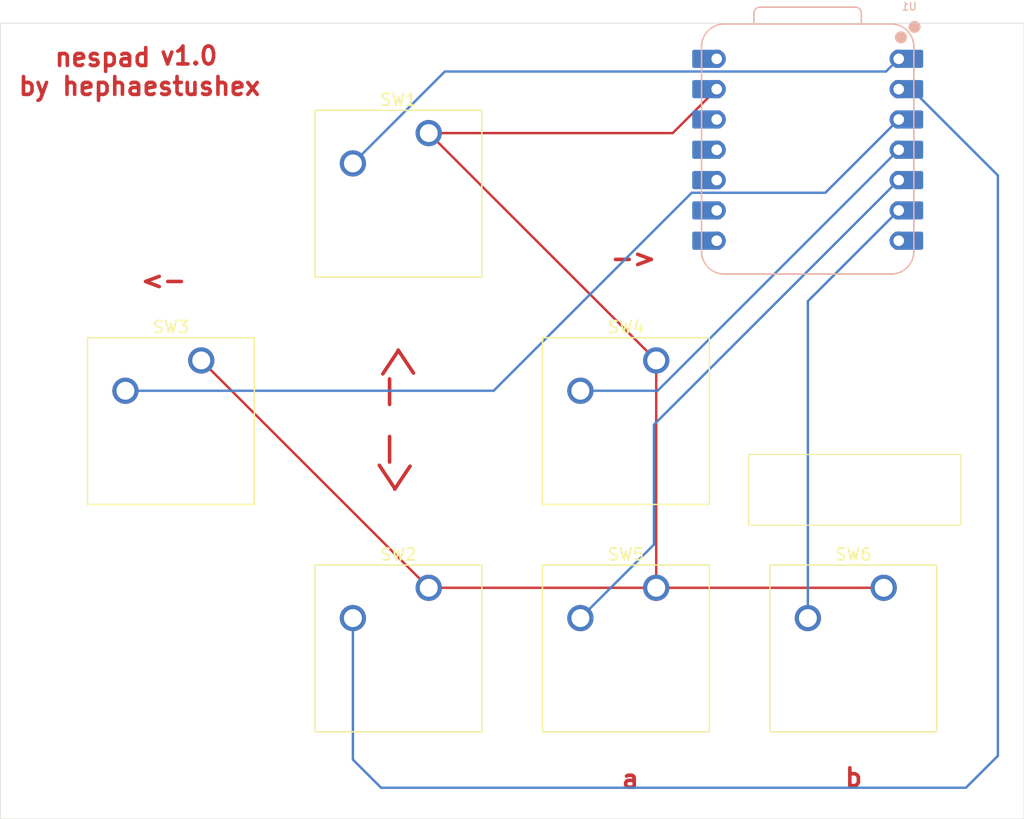
<source format=kicad_pcb>
(kicad_pcb (version 20240108) (generator "pcbnew") (generator_version "8.0")
  (layers (0 "F.Cu" signal) (31 "B.Cu" signal) (34 "B.Paste" user) (35 "F.Paste" user) (36 "B.SilkS" user "B.Silkscreen") (37 "F.SilkS" user "F.Silkscreen") (38 "B.Mask" user) (39 "F.Mask" user) (44 "Edge.Cuts" user))
  (net 0 "")
  (net 1 "Net-(U1-GPIO26{slash}ADC0{slash}A0)")
  (net 2 "GND")
  (net 3 "Net-(U1-GPIO27{slash}ADC1{slash}A1)")
  (net 4 "Net-(U1-GPIO28{slash}ADC2{slash}A2)")
  (net 5 "Net-(U1-GPIO29{slash}ADC3{slash}A3)")
  (net 6 "Net-(U1-GPIO6{slash}SDA)")
  (net 7 "Net-(U1-GPIO7{slash}SCL)")
  (footprint "Button_Switch_Keyboard:SW_Cherry_MX_1.00u_PCB" (layer "F.Cu") (at 138.73 94.13)
    (property "Reference" "SW4" (at -2.54 -2.794 0) (layer "F.SilkS"))
    (property "Value" "SW_Push")
    (fp_line (start -9.525 -1.905) (end 4.445 -1.905) (stroke (width 0.12)) (layer "F.SilkS"))
    (fp_line (start -9.525 12.065) (end -9.525 -1.905) (stroke (width 0.12)) (layer "F.SilkS"))
    (fp_line (start 4.445 -1.905) (end 4.445 12.065) (stroke (width 0.12)) (layer "F.SilkS"))
    (fp_line (start 4.445 12.065) (end -9.525 12.065) (stroke (width 0.12)) (layer "F.SilkS"))
    (pad "" np_thru_hole circle (at -7.62 5.08) (size 1.7 1.7) (drill 1.7) (layers "*.Cu" "*.Mask"))
    (pad "" np_thru_hole circle (at -2.54 5.08) (size 4 4) (drill 4) (layers "*.Cu" "*.Mask"))
    (pad "" np_thru_hole circle (at 2.54 5.08) (size 1.7 1.7) (drill 1.7) (layers "*.Cu" "*.Mask"))
    (pad "1" thru_hole circle (at 0 0) (size 2.2 2.2) (drill 1.5) (layers "*.Cu" "*.Mask") (net 2 "GND"))
    (pad "2" thru_hole circle (at -6.35 2.54) (size 2.2 2.2) (drill 1.5) (layers "*.Cu" "*.Mask") (net 5 "Net-(U1-GPIO29{slash}ADC3{slash}A3)"))
  )
  (footprint "Button_Switch_Keyboard:SW_Cherry_MX_1.00u_PCB" (layer "F.Cu") (at 119.68 113.18)
    (property "Reference" "SW2" (at -2.54 -2.794 0) (layer "F.SilkS"))
    (property "Value" "SW_Push")
    (fp_line (start -9.525 -1.905) (end 4.445 -1.905) (stroke (width 0.12)) (layer "F.SilkS"))
    (fp_line (start -9.525 12.065) (end -9.525 -1.905) (stroke (width 0.12)) (layer "F.SilkS"))
    (fp_line (start 4.445 -1.905) (end 4.445 12.065) (stroke (width 0.12)) (layer "F.SilkS"))
    (fp_line (start 4.445 12.065) (end -9.525 12.065) (stroke (width 0.12)) (layer "F.SilkS"))
    (pad "" np_thru_hole circle (at -7.62 5.08) (size 1.7 1.7) (drill 1.7) (layers "*.Cu" "*.Mask"))
    (pad "" np_thru_hole circle (at -2.54 5.08) (size 4 4) (drill 4) (layers "F&B.Cu" "*.Mask"))
    (pad "" np_thru_hole circle (at 2.54 5.08) (size 1.7 1.7) (drill 1.7) (layers "*.Cu" "*.Mask"))
    (pad "1" thru_hole circle (at 0 0) (size 2.2 2.2) (drill 1.5) (layers "*.Cu" "*.Mask") (net 2 "GND"))
    (pad "2" thru_hole circle (at -6.35 2.54) (size 2.2 2.2) (drill 1.5) (layers "*.Cu" "*.Mask") (net 3 "Net-(U1-GPIO27{slash}ADC1{slash}A1)"))
  )
  (footprint "Button_Switch_Keyboard:SW_Cherry_MX_1.00u_PCB" (layer "F.Cu") (at 119.68 75.08)
    (property "Reference" "SW1" (at -2.54 -2.794 0) (layer "F.SilkS"))
    (property "Value" "SW_Push")
    (fp_line (start -9.525 -1.905) (end 4.445 -1.905) (stroke (width 0.12)) (layer "F.SilkS"))
    (fp_line (start -9.525 12.065) (end -9.525 -1.905) (stroke (width 0.12)) (layer "F.SilkS"))
    (fp_line (start 4.445 -1.905) (end 4.445 12.065) (stroke (width 0.12)) (layer "F.SilkS"))
    (fp_line (start 4.445 12.065) (end -9.525 12.065) (stroke (width 0.12)) (layer "F.SilkS"))
    (pad "" np_thru_hole circle (at -7.62 5.08) (size 1.7 1.7) (drill 1.7) (layers "*.Cu" "*.Mask"))
    (pad "" np_thru_hole circle (at -2.54 5.08) (size 4 4) (drill 4) (layers "*.Cu" "*.Mask"))
    (pad "" np_thru_hole circle (at 2.54 5.08) (size 1.7 1.7) (drill 1.7) (layers "*.Cu" "*.Mask"))
    (pad "1" thru_hole circle (at 0 0) (size 2.2 2.2) (drill 1.5) (layers "*.Cu" "*.Mask") (net 2 "GND"))
    (pad "2" thru_hole circle (at -6.35 2.54) (size 2.2 2.2) (drill 1.5) (layers "*.Cu" "*.Mask") (net 1 "Net-(U1-GPIO26{slash}ADC0{slash}A0)"))
  )
  (footprint "Button_Switch_Keyboard:SW_Cherry_MX_1.00u_PCB" (layer "F.Cu") (at 138.73 113.18)
    (property "Reference" "SW5" (at -2.54 -2.794 0) (layer "F.SilkS"))
    (property "Value" "SW_Push")
    (fp_line (start -9.525 -1.905) (end 4.445 -1.905) (stroke (width 0.12)) (layer "F.SilkS"))
    (fp_line (start -9.525 12.065) (end -9.525 -1.905) (stroke (width 0.12)) (layer "F.SilkS"))
    (fp_line (start 4.445 -1.905) (end 4.445 12.065) (stroke (width 0.12)) (layer "F.SilkS"))
    (fp_line (start 4.445 12.065) (end -9.525 12.065) (stroke (width 0.12)) (layer "F.SilkS"))
    (pad "" np_thru_hole circle (at -7.62 5.08) (size 1.7 1.7) (drill 1.7) (layers "*.Cu" "*.Mask"))
    (pad "" np_thru_hole circle (at -2.54 5.08) (size 4 4) (drill 4) (layers "F&B.Cu" "*.Mask"))
    (pad "" np_thru_hole circle (at 2.54 5.08) (size 1.7 1.7) (drill 1.7) (layers "*.Cu" "*.Mask"))
    (pad "1" thru_hole circle (at 0 0) (size 2.2 2.2) (drill 1.5) (layers "*.Cu" "*.Mask") (net 2 "GND"))
    (pad "2" thru_hole circle (at -6.35 2.54) (size 2.2 2.2) (drill 1.5) (layers "*.Cu" "*.Mask") (net 6 "Net-(U1-GPIO6{slash}SDA)"))
  )
  (footprint "Button_Switch_Keyboard:SW_Cherry_MX_1.00u_PCB" (layer "F.Cu") (at 157.78 113.18)
    (property "Reference" "SW6" (at -2.54 -2.794 0) (layer "F.SilkS"))
    (property "Value" "SW_Push")
    (fp_line (start -9.525 -1.905) (end 4.445 -1.905) (stroke (width 0.12)) (layer "F.SilkS"))
    (fp_line (start -9.525 12.065) (end -9.525 -1.905) (stroke (width 0.12)) (layer "F.SilkS"))
    (fp_line (start 4.445 -1.905) (end 4.445 12.065) (stroke (width 0.12)) (layer "F.SilkS"))
    (fp_line (start 4.445 12.065) (end -9.525 12.065) (stroke (width 0.12)) (layer "F.SilkS"))
    (pad "" np_thru_hole circle (at -7.62 5.08) (size 1.7 1.7) (drill 1.7) (layers "*.Cu" "*.Mask"))
    (pad "" np_thru_hole circle (at -2.54 5.08) (size 4 4) (drill 4) (layers "*.Cu" "*.Mask"))
    (pad "" np_thru_hole circle (at 2.54 5.08) (size 1.7 1.7) (drill 1.7) (layers "*.Cu" "*.Mask"))
    (pad "1" thru_hole circle (at 0 0) (size 2.2 2.2) (drill 1.5) (layers "*.Cu" "*.Mask") (net 2 "GND"))
    (pad "2" thru_hole circle (at -6.35 2.54) (size 2.2 2.2) (drill 1.5) (layers "*.Cu" "*.Mask") (net 7 "Net-(U1-GPIO7{slash}SCL)"))
  )
  (footprint "Button_Switch_Keyboard:SW_Cherry_MX_1.00u_PCB" (layer "F.Cu") (at 100.63 94.13)
    (property "Reference" "SW3" (at -2.54 -2.794 0) (layer "F.SilkS"))
    (property "Value" "SW_Push")
    (fp_line (start -9.525 -1.905) (end 4.445 -1.905) (stroke (width 0.12)) (layer "F.SilkS"))
    (fp_line (start -9.525 12.065) (end -9.525 -1.905) (stroke (width 0.12)) (layer "F.SilkS"))
    (fp_line (start 4.445 -1.905) (end 4.445 12.065) (stroke (width 0.12)) (layer "F.SilkS"))
    (fp_line (start 4.445 12.065) (end -9.525 12.065) (stroke (width 0.12)) (layer "F.SilkS"))
    (pad "" np_thru_hole circle (at -7.62 5.08) (size 1.7 1.7) (drill 1.7) (layers "*.Cu" "*.Mask"))
    (pad "" np_thru_hole circle (at -2.54 5.08) (size 4 4) (drill 4) (layers "F&B.Cu" "*.Mask"))
    (pad "" np_thru_hole circle (at 2.54 5.08) (size 1.7 1.7) (drill 1.7) (layers "*.Cu" "*.Mask"))
    (pad "1" thru_hole circle (at 0 0) (size 2.2 2.2) (drill 1.5) (layers "*.Cu" "*.Mask") (net 2 "GND"))
    (pad "2" thru_hole circle (at -6.35 2.54) (size 2.2 2.2) (drill 1.5) (layers "*.Cu" "*.Mask") (net 4 "Net-(U1-GPIO28{slash}ADC2{slash}A2)"))
  )
  (footprint "Seeed Studio XIAO Series Library:XIAO-RP2040-DIP" (layer "B.Cu") (at 151.415 76.4785 180)
    (property "Reference" "U1" (at -8.5 12 0) (layer "B.SilkS") (effects (font (size 0.635 0.635) (thickness 0.1016)) (justify mirror)))
    (property "Value" "XIAO-RP2040-DIP")
    (fp_line (start 8.89 8.636) (end 8.89 -8.509) (stroke (width 0.127)) (layer "B.SilkS"))
    (fp_line (start 6.985 -10.414) (end -6.985 -10.414) (stroke (width 0.127)) (layer "B.SilkS"))
    (fp_line (start 4.504 10.541) (end 4.504 11.451) (stroke (width 0.127)) (layer "B.SilkS"))
    (fp_line (start 4.004 11.951) (end -3.991272 11.951) (stroke (width 0.127)) (layer "B.SilkS"))
    (fp_line (start -4.491272 11.451272) (end -4.495 10.541) (stroke (width 0.127)) (layer "B.SilkS"))
    (fp_line (start -6.985 10.541) (end 6.985 10.541) (stroke (width 0.1)) (layer "B.SilkS"))
    (fp_line (start -6.985 10.541) (end 6.985 10.541) (stroke (width 0.127)) (layer "B.SilkS"))
    (fp_line (start -8.89 8.636) (end -8.89 -8.509) (stroke (width 0.127)) (layer "B.SilkS"))
    (fp_arc (start 8.89 8.636) (mid 8.332038 9.983038) (end 6.985 10.541) (stroke (width 0.127)) (layer "B.SilkS"))
    (fp_arc (start 6.985 -10.414) (mid 8.332038 -9.856038) (end 8.89 -8.509) (stroke (width 0.127)) (layer "B.SilkS"))
    (fp_arc (start 4.504 11.451) (mid 4.357553 11.804553) (end 4.004 11.951) (stroke (width 0.127)) (layer "B.SilkS"))
    (fp_arc (start -3.991272 11.951) (mid -4.344724 11.804644) (end -4.491272 11.451272) (stroke (width 0.127)) (layer "B.SilkS"))
    (fp_arc (start -6.985 10.541) (mid -8.332038 9.983038) (end -8.89 8.636) (stroke (width 0.127)) (layer "B.SilkS"))
    (fp_arc (start -8.89 -8.509) (mid -8.332038 -9.856038) (end -6.985 -10.414) (stroke (width 0.127)) (layer "B.SilkS"))
    (fp_circle (center -7.807 9.42) (end -7.807 9.674) (stroke (width 0.5)) (fill solid) (layer "B.SilkS"))
    (fp_circle (center -8.95 10.3) (end -8.95 10.554) (stroke (width 0.5)) (fill solid) (layer "B.SilkS"))
    (pad "1" smd roundrect (at -8.455 7.62) (size 2.432 1.524) (layers "B.Cu" "B.Mask") (roundrect_rratio 0.1) (net 1 "Net-(U1-GPIO26{slash}ADC0{slash}A0)"))
    (pad "1" thru_hole circle (at -7.62 7.62) (size 1.524 1.524) (drill 0.889) (layers "*.Cu" "*.Mask") (net 1 "Net-(U1-GPIO26{slash}ADC0{slash}A0)"))
    (pad "2" smd roundrect (at -8.455 5.08) (size 2.432 1.524) (layers "B.Cu" "B.Mask") (roundrect_rratio 0.1) (net 3 "Net-(U1-GPIO27{slash}ADC1{slash}A1)"))
    (pad "2" thru_hole circle (at -7.62 5.08) (size 1.524 1.524) (drill 0.889) (layers "*.Cu" "*.Mask") (net 3 "Net-(U1-GPIO27{slash}ADC1{slash}A1)"))
    (pad "3" smd roundrect (at -8.455 2.54) (size 2.432 1.524) (layers "B.Cu" "B.Mask") (roundrect_rratio 0.1) (net 4 "Net-(U1-GPIO28{slash}ADC2{slash}A2)"))
    (pad "3" thru_hole circle (at -7.62 2.54) (size 1.524 1.524) (drill 0.889) (layers "*.Cu" "*.Mask") (net 4 "Net-(U1-GPIO28{slash}ADC2{slash}A2)"))
    (pad "4" smd roundrect (at -8.455 0) (size 2.432 1.524) (layers "B.Cu" "B.Mask") (roundrect_rratio 0.1) (net 5 "Net-(U1-GPIO29{slash}ADC3{slash}A3)"))
    (pad "4" thru_hole circle (at -7.62 0) (size 1.524 1.524) (drill 0.889) (layers "*.Cu" "*.Mask") (net 5 "Net-(U1-GPIO29{slash}ADC3{slash}A3)"))
    (pad "5" smd roundrect (at -8.455 -2.54) (size 2.432 1.524) (layers "B.Cu" "B.Mask") (roundrect_rratio 0.1) (net 6 "Net-(U1-GPIO6{slash}SDA)"))
    (pad "5" thru_hole circle (at -7.62 -2.54) (size 1.524 1.524) (drill 0.889) (layers "*.Cu" "*.Mask") (net 6 "Net-(U1-GPIO6{slash}SDA)"))
    (pad "6" smd roundrect (at -8.455 -5.08) (size 2.432 1.524) (layers "B.Cu" "B.Mask") (roundrect_rratio 0.1) (net 7 "Net-(U1-GPIO7{slash}SCL)"))
    (pad "6" thru_hole circle (at -7.62 -5.08) (size 1.524 1.524) (drill 0.889) (layers "*.Cu" "*.Mask") (net 7 "Net-(U1-GPIO7{slash}SCL)"))
    (pad "7" smd roundrect (at -8.455 -7.62) (size 2.432 1.524) (layers "B.Cu" "B.Mask") (roundrect_rratio 0.1))
    (pad "7" thru_hole circle (at -7.62 -7.62) (size 1.524 1.524) (drill 0.889) (layers "*.Cu" "*.Mask"))
    (pad "8" thru_hole circle (at 7.62 -7.62 180) (size 1.524 1.524) (drill 0.889) (layers "*.Cu" "*.Mask"))
    (pad "8" smd roundrect (at 8.455 -7.62 180) (size 2.432 1.524) (layers "B.Cu" "B.Mask") (roundrect_rratio 0.1))
    (pad "9" thru_hole circle (at 7.62 -5.08 180) (size 1.524 1.524) (drill 0.889) (layers "*.Cu" "*.Mask"))
    (pad "9" smd roundrect (at 8.455 -5.08 180) (size 2.432 1.524) (layers "B.Cu" "B.Mask") (roundrect_rratio 0.1))
    (pad "10" thru_hole circle (at 7.62 -2.54 180) (size 1.524 1.524) (drill 0.889) (layers "*.Cu" "*.Mask"))
    (pad "10" smd roundrect (at 8.455 -2.54 180) (size 2.432 1.524) (layers "B.Cu" "B.Mask") (roundrect_rratio 0.1))
    (pad "11" thru_hole circle (at 7.62 0 180) (size 1.524 1.524) (drill 0.889) (layers "*.Cu" "*.Mask"))
    (pad "11" smd roundrect (at 8.455 0 180) (size 2.432 1.524) (layers "B.Cu" "B.Mask") (roundrect_rratio 0.1))
    (pad "12" thru_hole circle (at 7.62 2.54 180) (size 1.524 1.524) (drill 0.889) (layers "*.Cu" "*.Mask"))
    (pad "12" smd roundrect (at 8.455 2.54 180) (size 2.432 1.524) (layers "B.Cu" "B.Mask") (roundrect_rratio 0.1))
    (pad "13" thru_hole circle (at 7.62 5.08 180) (size 1.524 1.524) (drill 0.889) (layers "*.Cu" "*.Mask") (net 2 "GND"))
    (pad "13" smd roundrect (at 8.455 5.08 180) (size 2.432 1.524) (layers "B.Cu" "B.Mask") (roundrect_rratio 0.1) (net 2 "GND"))
    (pad "14" thru_hole circle (at 7.62 7.62 180) (size 1.524 1.524) (drill 0.889) (layers "*.Cu" "*.Mask"))
    (pad "14" smd roundrect (at 8.455 7.62 180) (size 2.432 1.524) (layers "B.Cu" "B.Mask") (roundrect_rratio 0.1))
  )
  (gr_rect (start 146.465 102.01) (end 164.24 107.935) (stroke (width 0.1)) (fill none) (layer "F.SilkS"))
  (gr_rect (start 83.8025 65.8725) (end 169.5275 132.5475) (stroke (width 0.05)) (fill none) (layer "Edge.Cuts"))
  (gr_text "by hephaestushex" (at 85.19 72.035 0) (layer "F.Cu") (effects (font (size 1.5 1.5) (thickness 0.3) (bold yes)) (justify left bottom)))
  (gr_text "<-" (at 95.415 88.285 0) (layer "F.Cu") (effects (font (size 1.5 1.5) (thickness 0.3) (bold yes)) (justify left bottom)))
  (gr_text "->" (at 134.765 86.435 0) (layer "F.Cu") (effects (font (size 1.5 1.5) (thickness 0.3) (bold yes)) (justify left bottom)))
  (gr_text "nespad" (at 88.215 69.61 0) (layer "F.Cu") (effects (font (size 1.5 1.5) (thickness 0.3) (bold yes)) (justify left bottom)))
  (gr_text "b" (at 154.39 129.96 0) (layer "F.Cu") (effects (font (size 1.5 1.5) (thickness 0.3) (bold yes)) (justify left bottom)))
  (gr_text "/\\\n|\n\n|\n\\/" (at 115.49 104.76 0) (layer "F.Cu") (effects (font (size 1.5 1.5) (thickness 0.3) (bold yes)) (justify left bottom)))
  (gr_text "v1.0" (at 97.04 69.485 0) (layer "F.Cu") (effects (font (size 1.5 1.5) (thickness 0.3) (bold yes)) (justify left bottom)))
  (gr_text "a" (at 135.69 130.085 0) (layer "F.Cu") (effects (font (size 1.5 1.5) (thickness 0.3) (bold yes)) (justify left bottom)))
  (segment (start 121.0295 69.9205) (end 157.973 69.9205) (width 0.2) (layer "B.Cu") (net 1))
  (segment (start 113.33 77.62) (end 121.0295 69.9205) (width 0.2) (layer "B.Cu") (net 1))
  (segment (start 157.973 69.9205) (end 159.035 68.8585) (width 0.2) (layer "B.Cu") (net 1))
  (segment (start 100.63 94.13) (end 119.68 113.18) (width 0.2) (layer "F.Cu") (net 2))
  (segment (start 119.68 75.08) (end 140.1135 75.08) (width 0.2) (layer "F.Cu") (net 2))
  (segment (start 140.1135 75.08) (end 143.795 71.3985) (width 0.2) (layer "F.Cu") (net 2))
  (segment (start 119.68 113.18) (end 157.78 113.18) (width 0.2) (layer "F.Cu") (net 2))
  (segment (start 119.68 75.08) (end 138.73 94.13) (width 0.2) (layer "F.Cu") (net 2))
  (segment (start 138.73 94.13) (end 138.73 113.18) (width 0.2) (layer "F.Cu") (net 2))
  (segment (start 113.33 127.575) (end 115.69 129.935) (width 0.2) (layer "B.Cu") (net 3))
  (segment (start 164.665 129.935) (end 167.34 127.26) (width 0.2) (layer "B.Cu") (net 3))
  (segment (start 113.33 115.72) (end 113.33 127.575) (width 0.2) (layer "B.Cu") (net 3))
  (segment (start 167.34 127.26) (end 167.34 78.62587) (width 0.2) (layer "B.Cu") (net 3))
  (segment (start 160.11263 71.3985) (end 159.035 71.3985) (width 0.2) (layer "B.Cu") (net 3))
  (segment (start 167.34 78.62587) (end 160.11263 71.3985) (width 0.2) (layer "B.Cu") (net 3))
  (segment (start 115.69 129.935) (end 164.665 129.935) (width 0.2) (layer "B.Cu") (net 3))
  (segment (start 141.704786 80.0805) (end 152.893 80.0805) (width 0.2) (layer "B.Cu") (net 4))
  (segment (start 152.893 80.0805) (end 159.035 73.9385) (width 0.2) (layer "B.Cu") (net 4))
  (segment (start 125.115286 96.67) (end 141.704786 80.0805) (width 0.2) (layer "B.Cu") (net 4))
  (segment (start 94.28 96.67) (end 125.115286 96.67) (width 0.2) (layer "B.Cu") (net 4))
  (segment (start 138.8435 96.67) (end 159.035 76.4785) (width 0.2) (layer "B.Cu") (net 5))
  (segment (start 132.38 96.67) (end 138.8435 96.67) (width 0.2) (layer "B.Cu") (net 5))
  (segment (start 138.54 109.56) (end 138.54 99.5135) (width 0.2) (layer "B.Cu") (net 6))
  (segment (start 132.38 115.72) (end 138.54 109.56) (width 0.2) (layer "B.Cu") (net 6))
  (segment (start 138.54 99.5135) (end 159.035 79.0185) (width 0.2) (layer "B.Cu") (net 6))
  (segment (start 151.43 115.72) (end 151.43 89.1635) (width 0.2) (layer "B.Cu") (net 7))
  (segment (start 151.43 89.1635) (end 159.035 81.5585) (width 0.2) (layer "B.Cu") (net 7))
)
</source>
